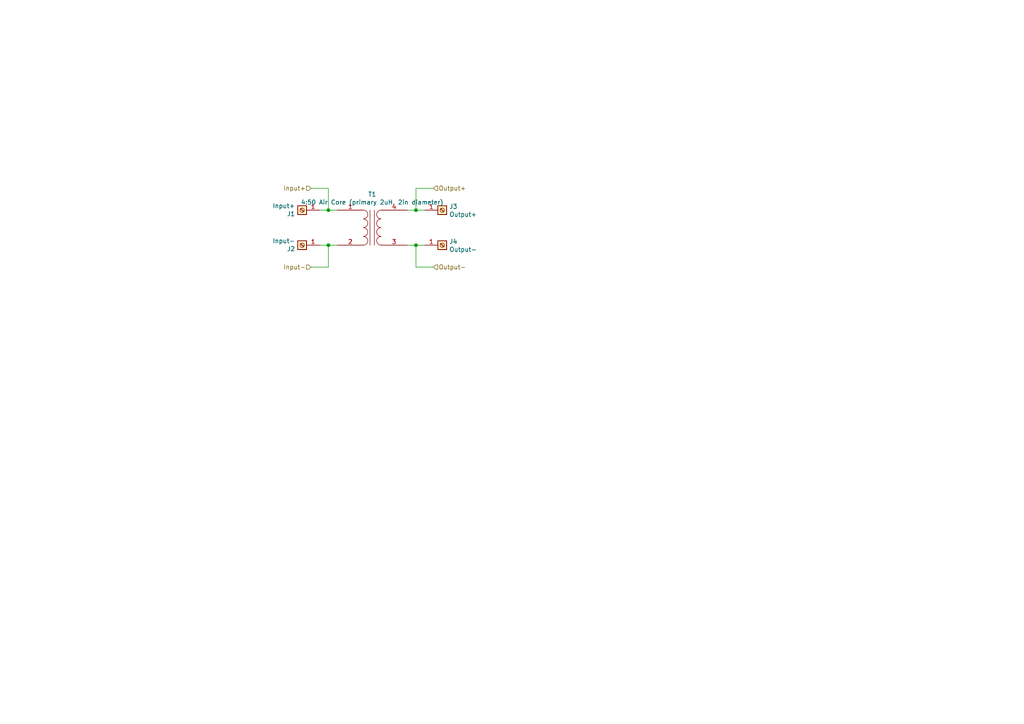
<source format=kicad_sch>
(kicad_sch (version 20211123) (generator eeschema)
  (paper "A4")
  (title_block (title "OutputTransformer Module") (date "2020-01-07") (rev "1"))
  (lib_symbols
    (symbol "Connector:Screw_Terminal_01x01" (pin_names (offset 1.016) hide)
      (property "Reference" "J" (at 0 2.54 0))
      (property "Value" "Screw_Terminal_01x01" (at 0 -2.54 0))
      (symbol "Screw_Terminal_01x01_1_1"
        (rectangle (start -1.27 1.27) (end 1.27 -1.27) (stroke (width 0.254)) (fill (type background)))
        (polyline (pts (xy -0.5334 0.3302) (xy 0.3302 -0.508)) (stroke (width 0.1524)))
        (polyline (pts (xy -0.3556 0.508) (xy 0.508 -0.3302)) (stroke (width 0.1524)))
        (circle (center 0 0) (radius 0.635) (stroke (width 0.1524)))
        (pin passive line (at -5.08 0 0) (length 3.81) (name "Pin_1") (number "1"))
      )
    )
    (symbol "Device:Transformer_1P_1S" (pin_names (offset 1.016) hide)
      (property "Reference" "T" (at 0 6.35 0))
      (property "Value" "Transformer_1P_1S" (at 0 -7.62 0))
      (symbol "Transformer_1P_1S_0_1"
        (arc (start -2.54 -5.0546) (mid -1.6599 -4.6901) (end -1.27 -3.81))
        (arc (start -2.54 -2.5146) (mid -1.6599 -2.1501) (end -1.27 -1.27))
        (arc (start -2.54 0.0254) (mid -1.6599 0.3899) (end -1.27 1.27))
        (arc (start -2.54 2.5654) (mid -1.6599 2.9299) (end -1.27 3.81))
        (arc (start -1.27 -3.81) (mid -1.642 -2.912) (end -2.54 -2.54))
        (arc (start -1.27 -1.27) (mid -1.642 -0.372) (end -2.54 0))
        (arc (start -1.27 1.27) (mid -1.642 2.168) (end -2.54 2.54))
        (arc (start -1.27 3.81) (mid -1.642 4.708) (end -2.54 5.08))
        (polyline (pts (xy -0.635 5.08) (xy -0.635 -5.08)))
        (polyline (pts (xy 0.635 -5.08) (xy 0.635 5.08)))
        (arc (start 1.2954 -1.27) (mid 1.6599 -2.1501) (end 2.54 -2.5146))
        (arc (start 1.2954 1.27) (mid 1.6599 0.3899) (end 2.54 0.0254))
        (arc (start 1.2954 3.81) (mid 1.6599 2.9299) (end 2.54 2.5654))
        (arc (start 1.3208 -3.81) (mid 1.6853 -4.6901) (end 2.5654 -5.0546))
        (arc (start 2.54 0) (mid 1.642 -0.372) (end 1.2954 -1.27))
        (arc (start 2.54 2.54) (mid 1.642 2.168) (end 1.2954 1.27))
        (arc (start 2.54 5.08) (mid 1.642 4.708) (end 1.2954 3.81))
        (arc (start 2.5654 -2.54) (mid 1.6674 -2.912) (end 1.3208 -3.81))
      )
      (symbol "Transformer_1P_1S_1_1"
        (pin passive line (at -10.16 5.08 0) (length 7.62) (name "AA") (number "1"))
        (pin passive line (at -10.16 -5.08 0) (length 7.62) (name "AB") (number "2"))
        (pin passive line (at 10.16 -5.08 180) (length 7.62) (name "SA") (number "3"))
        (pin passive line (at 10.16 5.08 180) (length 7.62) (name "SB") (number "4"))
      )
    )
  )
  (junction (at 95.25 60.96))
  (junction (at 95.25 71.12))
  (junction (at 120.65 71.12))
  (junction (at 120.65 60.96))
  (wire (pts (xy 120.65 71.12) (xy 123.19 71.12)))
  (wire (pts (xy 120.65 54.61) (xy 125.73 54.61)))
  (wire (pts (xy 90.17 77.47) (xy 95.25 77.47)))
  (wire (pts (xy 92.71 60.96) (xy 95.25 60.96)))
  (wire (pts (xy 118.11 60.96) (xy 120.65 60.96)))
  (wire (pts (xy 95.25 77.47) (xy 95.25 71.12)))
  (wire (pts (xy 118.11 71.12) (xy 120.65 71.12)))
  (wire (pts (xy 92.71 71.12) (xy 95.25 71.12)))
  (wire (pts (xy 120.65 77.47) (xy 125.73 77.47)))
  (wire (pts (xy 95.25 54.61) (xy 95.25 60.96)))
  (wire (pts (xy 120.65 71.12) (xy 120.65 77.47)))
  (wire (pts (xy 95.25 60.96) (xy 97.79 60.96)))
  (wire (pts (xy 120.65 54.61) (xy 120.65 60.96)))
  (wire (pts (xy 90.17 54.61) (xy 95.25 54.61)))
  (wire (pts (xy 95.25 71.12) (xy 97.79 71.12)))
  (wire (pts (xy 120.65 60.96) (xy 123.19 60.96)))
  (hierarchical_label "Output+" (shape input) (at 125.73 54.61 0))
  (hierarchical_label "Input+" (shape input) (at 90.17 54.61 180))
  (hierarchical_label "Output-" (shape input) (at 125.73 77.47 0))
  (hierarchical_label "Input-" (shape input) (at 90.17 77.47 180))
  (symbol (lib_id "Connector:Screw_Terminal_01x01") (at 128.27 60.96 0) (unit 1)
    (property "Reference" "J3" (at 130.302 59.8932 0) (effects (justify left)))
    (property "Value" "Output+" (at 130.302 62.2046 0) (effects (justify left)))
    (property "Footprint" "MountingHole:MountingHole_6.4mm_M6_ISO14580_Pad" (effects hide))
  )
  (symbol (lib_id "Connector:Screw_Terminal_01x01") (at 128.27 71.12 0) (unit 1)
    (property "Reference" "J4" (at 130.302 70.0532 0) (effects (justify left)))
    (property "Value" "Output-" (at 130.302 72.3646 0) (effects (justify left)))
    (property "Footprint" "MountingHole:MountingHole_6.4mm_M6_ISO14580_Pad" (effects hide))
  )
  (symbol (lib_id "Device:Transformer_1P_1S") (at 107.95 66.04 0) (unit 1)
    (property "Reference" "T1" (at 107.95 56.3626 0))
    (property "Value" "4:50 Air Core (primary 2uH, 2in diameter)" (at 107.95 58.674 0))
    (property "Footprint" "Power:Air_Core_Transformer_Vertical_1P_1S" (effects hide))
  )
  (symbol (lib_id "Connector:Screw_Terminal_01x01") (at 87.63 60.96 180) (unit 1)
    (property "Reference" "J1" (at 85.598 62.0268 0) (effects (justify left)))
    (property "Value" "Input+" (at 85.598 59.7154 0) (effects (justify left)))
    (property "Footprint" "Connector_Wire:SolderWirePad_1x01_Drill1.2mm" (effects hide))
  )
  (symbol (lib_id "Connector:Screw_Terminal_01x01") (at 87.63 71.12 180) (unit 1)
    (property "Reference" "J2" (at 85.598 72.1868 0) (effects (justify left)))
    (property "Value" "Input-" (at 85.598 69.8754 0) (effects (justify left)))
    (property "Footprint" "Connector_Wire:SolderWirePad_1x01_Drill1.2mm" (effects hide))
  )
)
</source>
